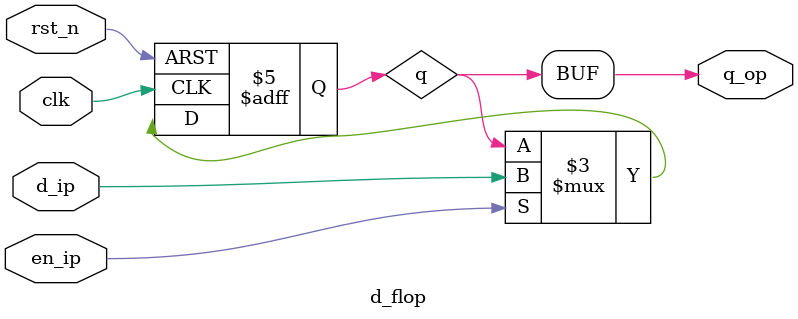
<source format=v>
module d_flop ( // port declarations
   input wire clk,
   input wire rst_n,

   input wire d_ip,
   input wire en_ip,
   output wire q_op
);

reg q;

always @ (posedge clk or negedge rst_n) begin
   if (~rst_n) begin
      q <= 1'b0;
   end else begin
      if (en_ip) begin
         q <= d_ip;
      end
   end
end

assign q_op = q;

endmodule

</source>
